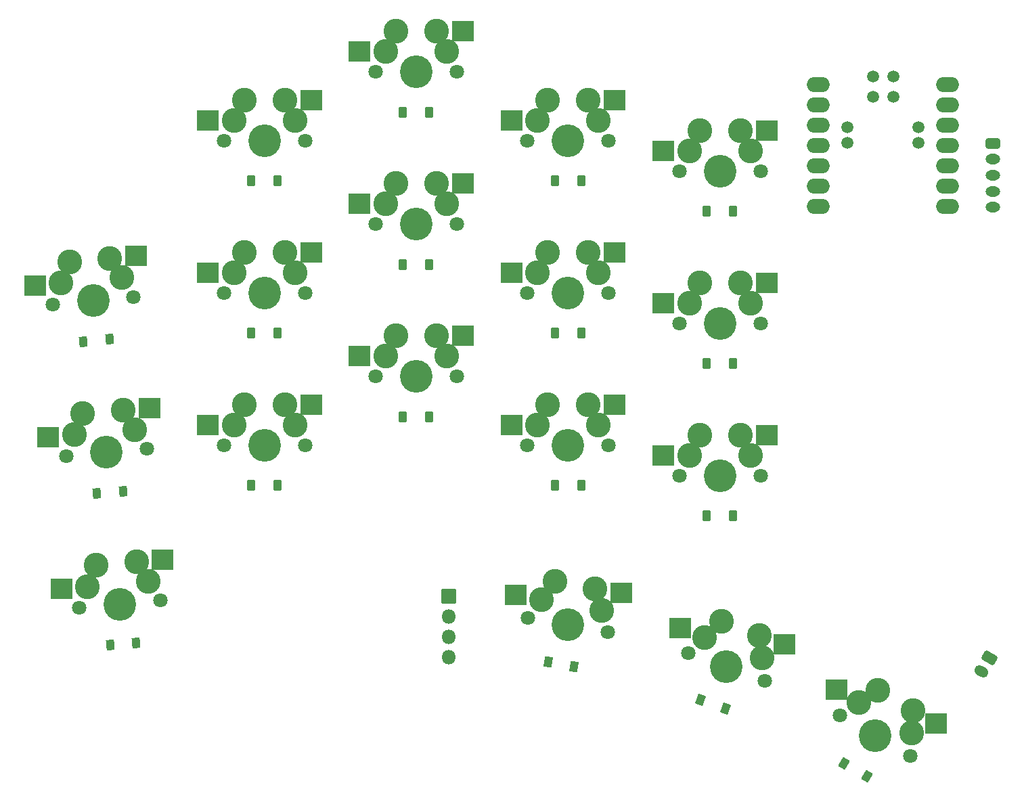
<source format=gbr>
%TF.GenerationSoftware,KiCad,Pcbnew,(6.0.0)*%
%TF.CreationDate,2022-12-29T10:21:43-08:00*%
%TF.ProjectId,mine,6d696e65-2e6b-4696-9361-645f70636258,v1.0.0*%
%TF.SameCoordinates,Original*%
%TF.FileFunction,Soldermask,Bot*%
%TF.FilePolarity,Negative*%
%FSLAX46Y46*%
G04 Gerber Fmt 4.6, Leading zero omitted, Abs format (unit mm)*
G04 Created by KiCad (PCBNEW (6.0.0)) date 2022-12-29 10:21:43*
%MOMM*%
%LPD*%
G01*
G04 APERTURE LIST*
G04 Aperture macros list*
%AMRoundRect*
0 Rectangle with rounded corners*
0 $1 Rounding radius*
0 $2 $3 $4 $5 $6 $7 $8 $9 X,Y pos of 4 corners*
0 Add a 4 corners polygon primitive as box body*
4,1,4,$2,$3,$4,$5,$6,$7,$8,$9,$2,$3,0*
0 Add four circle primitives for the rounded corners*
1,1,$1+$1,$2,$3*
1,1,$1+$1,$4,$5*
1,1,$1+$1,$6,$7*
1,1,$1+$1,$8,$9*
0 Add four rect primitives between the rounded corners*
20,1,$1+$1,$2,$3,$4,$5,0*
20,1,$1+$1,$4,$5,$6,$7,0*
20,1,$1+$1,$6,$7,$8,$9,0*
20,1,$1+$1,$8,$9,$2,$3,0*%
%AMHorizOval*
0 Thick line with rounded ends*
0 $1 width*
0 $2 $3 position (X,Y) of the first rounded end (center of the circle)*
0 $4 $5 position (X,Y) of the second rounded end (center of the circle)*
0 Add line between two ends*
20,1,$1,$2,$3,$4,$5,0*
0 Add two circle primitives to create the rounded ends*
1,1,$1,$2,$3*
1,1,$1,$4,$5*%
G04 Aperture macros list end*
%ADD10C,3.100000*%
%ADD11C,1.801800*%
%ADD12C,4.087800*%
%ADD13RoundRect,0.050000X1.275000X1.250000X-1.275000X1.250000X-1.275000X-1.250000X1.275000X-1.250000X0*%
%ADD14RoundRect,0.300000X-0.366266X0.615609X-0.716266X0.009391X0.366266X-0.615609X0.716266X-0.009391X0*%
%ADD15HorizOval,1.300000X-0.238157X0.137500X0.238157X-0.137500X0*%
%ADD16RoundRect,0.050000X-0.450000X-0.600000X0.450000X-0.600000X0.450000X0.600000X-0.450000X0.600000X0*%
%ADD17O,2.850000X1.900000*%
%ADD18C,1.497000*%
%ADD19RoundRect,0.050000X-0.850000X-0.850000X0.850000X-0.850000X0.850000X0.850000X-0.850000X0.850000X0*%
%ADD20O,1.800000X1.800000*%
%ADD21RoundRect,0.050000X-0.395994X-0.636937X0.500581X-0.558497X0.395994X0.636937X-0.500581X0.558497X0*%
%ADD22RoundRect,0.050000X-0.689711X-0.294615X0.089711X-0.744615X0.689711X0.294615X-0.089711X0.744615X0*%
%ADD23RoundRect,0.050000X-0.628074X-0.409907X0.217650X-0.717725X0.628074X0.409907X-0.217650X0.717725X0*%
%ADD24RoundRect,0.300000X-0.625000X0.350000X-0.625000X-0.350000X0.625000X-0.350000X0.625000X0.350000X0*%
%ADD25O,1.850000X1.300000*%
%ADD26RoundRect,0.050000X-0.547352X-0.512743X0.338975X-0.669026X0.547352X0.512743X-0.338975X0.669026X0*%
G04 APERTURE END LIST*
D10*
%TO.C,S4*%
X48730000Y-81212500D03*
X55080000Y-78672500D03*
X56350000Y-81212500D03*
D11*
X57620000Y-83752500D03*
D12*
X52540000Y-83752500D03*
D10*
X50000000Y-78672500D03*
D11*
X47460000Y-83752500D03*
D13*
X45455000Y-81212500D03*
X58382000Y-78672500D03*
%TD*%
D10*
%TO.C,S1*%
X31480882Y-98796521D03*
D12*
X34453968Y-103635814D03*
D11*
X39514637Y-103193063D03*
D10*
X38028094Y-100773416D03*
X30437091Y-101437543D03*
D11*
X29393299Y-104078565D03*
D10*
X36541551Y-98353769D03*
D13*
X27174553Y-101722978D03*
X39830986Y-98065981D03*
%TD*%
D10*
%TO.C,S18*%
X126944075Y-115951701D03*
X133543189Y-119761701D03*
X129313927Y-114386997D03*
X133713337Y-116926997D03*
D11*
X133373041Y-122596406D03*
D12*
X128973632Y-120056406D03*
D11*
X124574223Y-117516406D03*
D13*
X124107842Y-114314201D03*
X136572952Y-118577997D03*
%TD*%
D11*
%TO.C,S9*%
X76620000Y-37080000D03*
D10*
X69000000Y-32000000D03*
D11*
X66460000Y-37080000D03*
D10*
X67730000Y-34540000D03*
X75350000Y-34540000D03*
X74080000Y-32000000D03*
D12*
X71540000Y-37080000D03*
D13*
X64455000Y-34540000D03*
X77382000Y-32000000D03*
%TD*%
D14*
%TO.C,REF\u002A\u002A*%
X143264089Y-110362789D03*
D15*
X142264089Y-112094840D03*
%TD*%
D16*
%TO.C,D14*%
X107890000Y-73512500D03*
X111190000Y-73512500D03*
%TD*%
D10*
%TO.C,S15*%
X107000000Y-44382500D03*
D11*
X114620000Y-49462500D03*
D10*
X112080000Y-44382500D03*
D11*
X104460000Y-49462500D03*
D10*
X105730000Y-46922500D03*
D12*
X109540000Y-49462500D03*
D10*
X113350000Y-46922500D03*
D13*
X102455000Y-46922500D03*
X115382000Y-44382500D03*
%TD*%
D10*
%TO.C,S10*%
X93080000Y-78672500D03*
X86730000Y-81212500D03*
D12*
X90540000Y-83752500D03*
D10*
X94350000Y-81212500D03*
X88000000Y-78672500D03*
D11*
X95620000Y-83752500D03*
X85460000Y-83752500D03*
D13*
X83455000Y-81212500D03*
X96382000Y-78672500D03*
%TD*%
D16*
%TO.C,D15*%
X107890000Y-54462500D03*
X111190000Y-54462500D03*
%TD*%
D11*
%TO.C,S5*%
X47460000Y-64702500D03*
D10*
X50000000Y-59622500D03*
X56350000Y-62162500D03*
X48730000Y-62162500D03*
D12*
X52540000Y-64702500D03*
D11*
X57620000Y-64702500D03*
D10*
X55080000Y-59622500D03*
D13*
X45455000Y-62162500D03*
X58382000Y-59622500D03*
%TD*%
D17*
%TO.C,MCU1*%
X138052928Y-38611814D03*
X138052928Y-41151814D03*
X138052928Y-43691814D03*
X138052928Y-46231814D03*
X138052928Y-48771814D03*
X138052928Y-51311814D03*
X138052928Y-53851814D03*
X121863008Y-53851814D03*
X121863008Y-51311814D03*
X121863008Y-48771814D03*
X121863008Y-46231814D03*
X121863008Y-43691814D03*
X121863008Y-41151814D03*
X121863008Y-38611814D03*
D18*
X128687968Y-37659814D03*
X131227968Y-37659814D03*
X128687968Y-40199814D03*
X131227968Y-40199814D03*
X125512968Y-45914814D03*
X134402968Y-45914814D03*
X125512968Y-44009814D03*
X134402968Y-44009814D03*
%TD*%
D19*
%TO.C,REF\u002A\u002A*%
X75592327Y-102619814D03*
D20*
X75592327Y-105159814D03*
X75592327Y-107699814D03*
X75592327Y-110239814D03*
%TD*%
D16*
%TO.C,D12*%
X88890000Y-50652500D03*
X92190000Y-50652500D03*
%TD*%
D11*
%TO.C,S7*%
X76620000Y-75180000D03*
D12*
X71540000Y-75180000D03*
D10*
X75350000Y-72640000D03*
X69000000Y-70100000D03*
X74080000Y-70100000D03*
D11*
X66460000Y-75180000D03*
D10*
X67730000Y-72640000D03*
D13*
X64455000Y-72640000D03*
X77382000Y-70100000D03*
%TD*%
D10*
%TO.C,S8*%
X69000000Y-51050000D03*
D11*
X66460000Y-56130000D03*
D10*
X75350000Y-53590000D03*
X74080000Y-51050000D03*
X67730000Y-53590000D03*
D12*
X71540000Y-56130000D03*
D11*
X76620000Y-56130000D03*
D13*
X64455000Y-53590000D03*
X77382000Y-51050000D03*
%TD*%
D12*
%TO.C,S13*%
X109540000Y-87562500D03*
D10*
X107000000Y-82482500D03*
D11*
X114620000Y-87562500D03*
D10*
X105730000Y-85022500D03*
X113350000Y-85022500D03*
X112080000Y-82482500D03*
D11*
X104460000Y-87562500D03*
D13*
X102455000Y-85022500D03*
X115382000Y-82482500D03*
%TD*%
D16*
%TO.C,D4*%
X50890000Y-88752500D03*
X54190000Y-88752500D03*
%TD*%
D10*
%TO.C,S3*%
X27116457Y-63482525D03*
D11*
X26072665Y-66123547D03*
D10*
X33220917Y-60398751D03*
X34707460Y-62818398D03*
X28160248Y-60841503D03*
D12*
X31133334Y-65680796D03*
D11*
X36194003Y-65238045D03*
D13*
X23853919Y-63767960D03*
X36510352Y-60110963D03*
%TD*%
D21*
%TO.C,D1*%
X33246026Y-108760595D03*
X36533468Y-108472981D03*
%TD*%
D16*
%TO.C,D11*%
X88890000Y-69702500D03*
X92190000Y-69702500D03*
%TD*%
D12*
%TO.C,S14*%
X109540000Y-68512500D03*
D11*
X104460000Y-68512500D03*
D10*
X113350000Y-65972500D03*
X112080000Y-63432500D03*
X105730000Y-65972500D03*
X107000000Y-63432500D03*
D11*
X114620000Y-68512500D03*
D13*
X102455000Y-65972500D03*
X115382000Y-63432500D03*
%TD*%
D16*
%TO.C,D10*%
X88890000Y-88752500D03*
X92190000Y-88752500D03*
%TD*%
%TO.C,D7*%
X69890000Y-80180000D03*
X73190000Y-80180000D03*
%TD*%
D22*
%TO.C,D18*%
X125044690Y-123561533D03*
X127902574Y-125211533D03*
%TD*%
D16*
%TO.C,D9*%
X69890000Y-42080000D03*
X73190000Y-42080000D03*
%TD*%
%TO.C,D5*%
X50890000Y-69702500D03*
X54190000Y-69702500D03*
%TD*%
%TO.C,D13*%
X107890000Y-92562500D03*
X111190000Y-92562500D03*
%TD*%
D10*
%TO.C,S12*%
X88000000Y-40572500D03*
X94350000Y-43112500D03*
D11*
X95620000Y-45652500D03*
X85460000Y-45652500D03*
D12*
X90540000Y-45652500D03*
D10*
X93080000Y-40572500D03*
X86730000Y-43112500D03*
D13*
X83455000Y-43112500D03*
X96382000Y-40572500D03*
%TD*%
D12*
%TO.C,S2*%
X32793651Y-84658305D03*
D10*
X29820565Y-79819012D03*
D11*
X27732982Y-85101056D03*
D10*
X34881234Y-79376260D03*
X28776774Y-82460034D03*
D11*
X37854320Y-84215554D03*
D10*
X36367777Y-81795907D03*
D13*
X25514236Y-82745469D03*
X38170669Y-79088472D03*
%TD*%
D16*
%TO.C,D8*%
X69890000Y-61130000D03*
X73190000Y-61130000D03*
%TD*%
D23*
%TO.C,D17*%
X107100065Y-115607329D03*
X110201051Y-116735995D03*
%TD*%
D21*
%TO.C,D2*%
X31585709Y-89783085D03*
X34873151Y-89495471D03*
%TD*%
D10*
%TO.C,S16*%
X88920721Y-100808610D03*
D11*
X95542823Y-107134633D03*
X85537177Y-105370367D03*
D12*
X90540000Y-106252500D03*
D10*
X87228949Y-103089489D03*
X93923544Y-101690743D03*
X94733184Y-104412688D03*
D13*
X84003703Y-102520791D03*
X97175380Y-102264129D03*
%TD*%
D16*
%TO.C,D6*%
X50890000Y-50652500D03*
X54190000Y-50652500D03*
%TD*%
D11*
%TO.C,S11*%
X85460000Y-64702500D03*
D10*
X88000000Y-59622500D03*
X93080000Y-59622500D03*
X94350000Y-62162500D03*
X86730000Y-62162500D03*
D12*
X90540000Y-64702500D03*
D11*
X95620000Y-64702500D03*
D13*
X83455000Y-62162500D03*
X96382000Y-59622500D03*
%TD*%
D24*
%TO.C,J2*%
X143642327Y-46003814D03*
D25*
X143642327Y-48003814D03*
X143642327Y-50003814D03*
X143642327Y-52003814D03*
X143642327Y-54003814D03*
%TD*%
D21*
%TO.C,D3*%
X29925392Y-70805576D03*
X33212834Y-70517962D03*
%TD*%
D26*
%TO.C,D16*%
X88046826Y-110890020D03*
X91296692Y-111463058D03*
%TD*%
D10*
%TO.C,S6*%
X50000000Y-40572500D03*
X55080000Y-40572500D03*
X48730000Y-43112500D03*
D12*
X52540000Y-45652500D03*
D10*
X56350000Y-43112500D03*
D11*
X47460000Y-45652500D03*
X57620000Y-45652500D03*
D13*
X45455000Y-43112500D03*
X58382000Y-40572500D03*
%TD*%
D12*
%TO.C,S17*%
X110360659Y-111473199D03*
D10*
X114484941Y-107568292D03*
X109711302Y-105830829D03*
D11*
X115134298Y-113210661D03*
D10*
X114809619Y-110389476D03*
D11*
X105587020Y-109735737D03*
D10*
X107649161Y-107783283D03*
D13*
X104571668Y-106663167D03*
X117587806Y-108697642D03*
%TD*%
M02*

</source>
